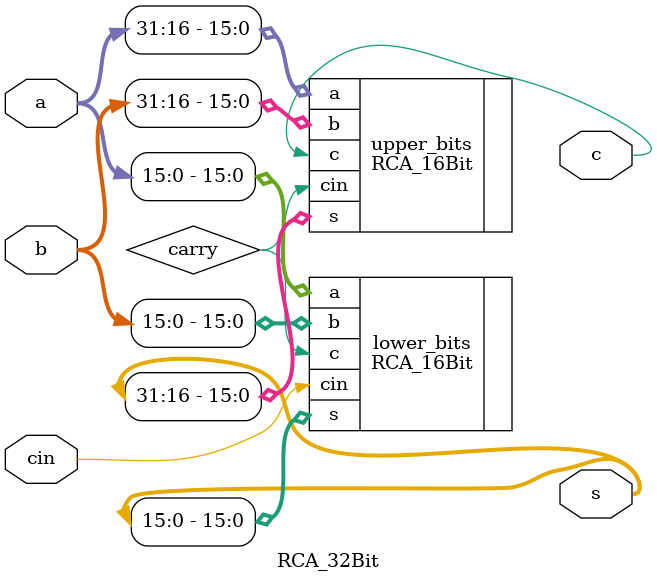
<source format=v>
`timescale 1ns / 1ps
module RCA_32Bit(a, b, cin, s, c);
	input [31:0] a;
	input [31:0] b;
	input cin;
	output [31:0] s;
	output c;
	
	wire carry;
	
	RCA_16Bit lower_bits(
		.a(a[15:0]),
		.b(b[15:0]),
		.cin(cin),
		.s(s[15:0]),
		.c(carry)
	);	
	
	RCA_16Bit upper_bits(
		.a(a[31:16]),
		.b(b[31:16]),
		.cin(carry),
		.s(s[31:16]),
		.c(c)
	);	

endmodule
</source>
